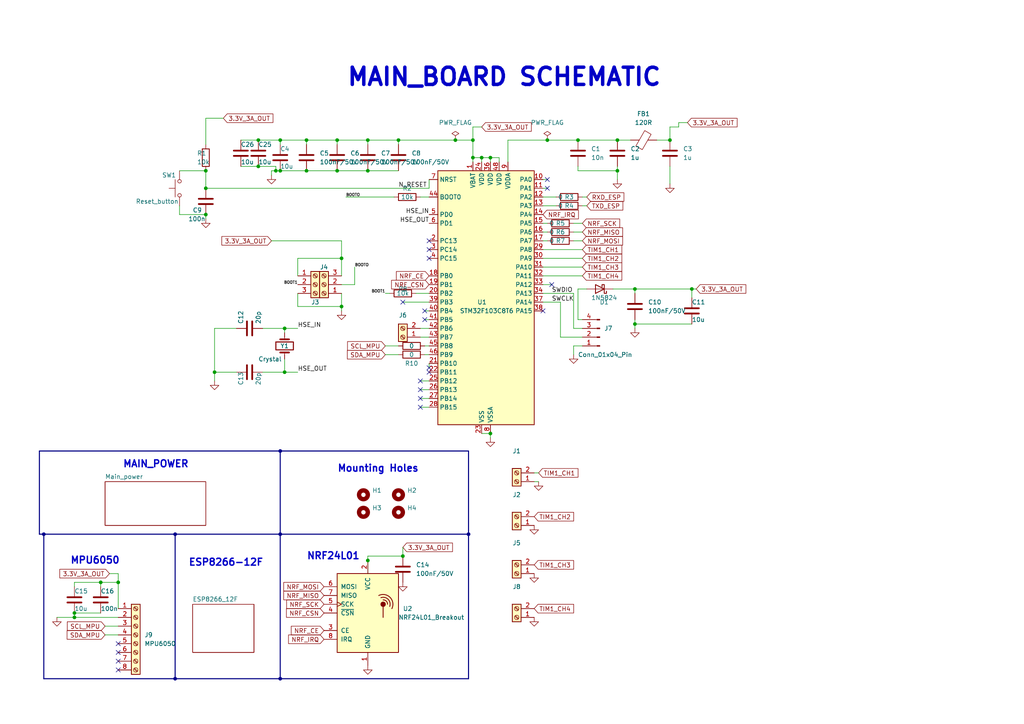
<source format=kicad_sch>
(kicad_sch (version 20230121) (generator eeschema)
  (paper "A4")
  (title_block (title "MAIN_BOARD SCHEMATIC") (date "2023-06-23") (rev "0.1") (company "PIF LAB "))
  (lib_symbols
    (symbol "Connector:Conn_01x04_Pin" (pin_names (offset 1.016) hide)
      (property "Reference" "J" (at 0 5.08 0))
      (property "Value" "Conn_01x04_Pin" (at 0 -7.62 0))
      (symbol "Conn_01x04_Pin_1_1"
        (polyline (pts (xy 1.27 -5.08) (xy 0.8636 -5.08)) (stroke (width 0.1524)))
        (polyline (pts (xy 1.27 -2.54) (xy 0.8636 -2.54)) (stroke (width 0.1524)))
        (polyline (pts (xy 1.27 0) (xy 0.8636 0)) (stroke (width 0.1524)))
        (polyline (pts (xy 1.27 2.54) (xy 0.8636 2.54)) (stroke (width 0.1524)))
        (rectangle (start 0.8636 -4.953) (end 0 -5.207) (stroke (width 0.1524)) (fill (type outline)))
        (rectangle (start 0.8636 -2.413) (end 0 -2.667) (stroke (width 0.1524)) (fill (type outline)))
        (rectangle (start 0.8636 0.127) (end 0 -0.127) (stroke (width 0.1524)) (fill (type outline)))
        (rectangle (start 0.8636 2.667) (end 0 2.413) (stroke (width 0.1524)) (fill (type outline)))
        (pin passive line (at 5.08 2.54 180) (length 3.81) (name "Pin_1") (number "1"))
        (pin passive line (at 5.08 0 180) (length 3.81) (name "Pin_2") (number "2"))
        (pin passive line (at 5.08 -2.54 180) (length 3.81) (name "Pin_3") (number "3"))
        (pin passive line (at 5.08 -5.08 180) (length 3.81) (name "Pin_4") (number "4"))
      )
    )
    (symbol "Connector:Screw_Terminal_01x02" (pin_names (offset 1.016) hide)
      (property "Reference" "J" (at 0 2.54 0))
      (property "Value" "Screw_Terminal_01x02" (at 0 -5.08 0))
      (symbol "Screw_Terminal_01x02_1_1"
        (rectangle (start -1.27 1.27) (end 1.27 -3.81) (stroke (width 0.254)) (fill (type background)))
        (circle (center 0 -2.54) (radius 0.635) (stroke (width 0.1524)))
        (polyline (pts (xy -0.5334 -2.2098) (xy 0.3302 -3.048)) (stroke (width 0.1524)))
        (polyline (pts (xy -0.5334 0.3302) (xy 0.3302 -0.508)) (stroke (width 0.1524)))
        (polyline (pts (xy -0.3556 -2.032) (xy 0.508 -2.8702)) (stroke (width 0.1524)))
        (polyline (pts (xy -0.3556 0.508) (xy 0.508 -0.3302)) (stroke (width 0.1524)))
        (circle (center 0 0) (radius 0.635) (stroke (width 0.1524)))
        (pin passive line (at -5.08 0 0) (length 3.81) (name "Pin_1") (number "1"))
        (pin passive line (at -5.08 -2.54 0) (length 3.81) (name "Pin_2") (number "2"))
      )
    )
    (symbol "Connector:Screw_Terminal_01x03" (pin_names (offset 1.016) hide)
      (property "Reference" "J" (at 0 5.08 0))
      (property "Value" "Screw_Terminal_01x03" (at 0 -5.08 0))
      (symbol "Screw_Terminal_01x03_1_1"
        (rectangle (start -1.27 3.81) (end 1.27 -3.81) (stroke (width 0.254)) (fill (type background)))
        (circle (center 0 -2.54) (radius 0.635) (stroke (width 0.1524)))
        (polyline (pts (xy -0.5334 -2.2098) (xy 0.3302 -3.048)) (stroke (width 0.1524)))
        (polyline (pts (xy -0.5334 0.3302) (xy 0.3302 -0.508)) (stroke (width 0.1524)))
        (polyline (pts (xy -0.5334 2.8702) (xy 0.3302 2.032)) (stroke (width 0.1524)))
        (polyline (pts (xy -0.3556 -2.032) (xy 0.508 -2.8702)) (stroke (width 0.1524)))
        (polyline (pts (xy -0.3556 0.508) (xy 0.508 -0.3302)) (stroke (width 0.1524)))
        (polyline (pts (xy -0.3556 3.048) (xy 0.508 2.2098)) (stroke (width 0.1524)))
        (circle (center 0 0) (radius 0.635) (stroke (width 0.1524)))
        (circle (center 0 2.54) (radius 0.635) (stroke (width 0.1524)))
        (pin passive line (at -5.08 2.54 0) (length 3.81) (name "Pin_1") (number "1"))
        (pin passive line (at -5.08 0 0) (length 3.81) (name "Pin_2") (number "2"))
        (pin passive line (at -5.08 -2.54 0) (length 3.81) (name "Pin_3") (number "3"))
      )
    )
    (symbol "Connector:Screw_Terminal_01x08" (pin_names (offset 1.016) hide)
      (property "Reference" "J" (at 0 10.16 0))
      (property "Value" "Screw_Terminal_01x08" (at 0 -12.7 0))
      (symbol "Screw_Terminal_01x08_1_1"
        (rectangle (start -1.27 8.89) (end 1.27 -11.43) (stroke (width 0.254)) (fill (type background)))
        (circle (center 0 -10.16) (radius 0.635) (stroke (width 0.1524)))
        (circle (center 0 -7.62) (radius 0.635) (stroke (width 0.1524)))
        (circle (center 0 -5.08) (radius 0.635) (stroke (width 0.1524)))
        (circle (center 0 -2.54) (radius 0.635) (stroke (width 0.1524)))
        (polyline (pts (xy -0.5334 -9.8298) (xy 0.3302 -10.668)) (stroke (width 0.1524)))
        (polyline (pts (xy -0.5334 -7.2898) (xy 0.3302 -8.128)) (stroke (width 0.1524)))
        (polyline (pts (xy -0.5334 -4.7498) (xy 0.3302 -5.588)) (stroke (width 0.1524)))
        (polyline (pts (xy -0.5334 -2.2098) (xy 0.3302 -3.048)) (stroke (width 0.1524)))
        (polyline (pts (xy -0.5334 0.3302) (xy 0.3302 -0.508)) (stroke (width 0.1524)))
        (polyline (pts (xy -0.5334 2.8702) (xy 0.3302 2.032)) (stroke (width 0.1524)))
        (polyline (pts (xy -0.5334 5.4102) (xy 0.3302 4.572)) (stroke (width 0.1524)))
        (polyline (pts (xy -0.5334 7.9502) (xy 0.3302 7.112)) (stroke (width 0.1524)))
        (polyline (pts (xy -0.3556 -9.652) (xy 0.508 -10.4902)) (stroke (width 0.1524)))
        (polyline (pts (xy -0.3556 -7.112) (xy 0.508 -7.9502)) (stroke (width 0.1524)))
        (polyline (pts (xy -0.3556 -4.572) (xy 0.508 -5.4102)) (stroke (width 0.1524)))
        (polyline (pts (xy -0.3556 -2.032) (xy 0.508 -2.8702)) (stroke (width 0.1524)))
        (polyline (pts (xy -0.3556 0.508) (xy 0.508 -0.3302)) (stroke (width 0.1524)))
        (polyline (pts (xy -0.3556 3.048) (xy 0.508 2.2098)) (stroke (width 0.1524)))
        (polyline (pts (xy -0.3556 5.588) (xy 0.508 4.7498)) (stroke (width 0.1524)))
        (polyline (pts (xy -0.3556 8.128) (xy 0.508 7.2898)) (stroke (width 0.1524)))
        (circle (center 0 0) (radius 0.635) (stroke (width 0.1524)))
        (circle (center 0 2.54) (radius 0.635) (stroke (width 0.1524)))
        (circle (center 0 5.08) (radius 0.635) (stroke (width 0.1524)))
        (circle (center 0 7.62) (radius 0.635) (stroke (width 0.1524)))
        (pin passive line (at -5.08 7.62 0) (length 3.81) (name "Pin_1") (number "1"))
        (pin passive line (at -5.08 5.08 0) (length 3.81) (name "Pin_2") (number "2"))
        (pin passive line (at -5.08 2.54 0) (length 3.81) (name "Pin_3") (number "3"))
        (pin passive line (at -5.08 0 0) (length 3.81) (name "Pin_4") (number "4"))
        (pin passive line (at -5.08 -2.54 0) (length 3.81) (name "Pin_5") (number "5"))
        (pin passive line (at -5.08 -5.08 0) (length 3.81) (name "Pin_6") (number "6"))
        (pin passive line (at -5.08 -7.62 0) (length 3.81) (name "Pin_7") (number "7"))
        (pin passive line (at -5.08 -10.16 0) (length 3.81) (name "Pin_8") (number "8"))
      )
    )
    (symbol "Device:C" (pin_numbers hide) (pin_names (offset 0.254))
      (property "Reference" "C" (at 0.635 2.54 0))
      (property "Value" "C" (at 0.635 -2.54 0))
      (symbol "C_0_1"
        (polyline (pts (xy -2.032 -0.762) (xy 2.032 -0.762)) (stroke (width 0.508)))
        (polyline (pts (xy -2.032 0.762) (xy 2.032 0.762)) (stroke (width 0.508)))
      )
      (symbol "C_1_1"
        (pin passive line (at 0 3.81 270) (length 2.794) (name "~") (number "1"))
        (pin passive line (at 0 -3.81 90) (length 2.794) (name "~") (number "2"))
      )
    )
    (symbol "Device:Crystal" (pin_numbers hide) (pin_names (offset 1.016) hide)
      (property "Reference" "Y" (at 0 3.81 0))
      (property "Value" "Crystal" (at 0 -3.81 0))
      (symbol "Crystal_0_1"
        (rectangle (start -1.143 2.54) (end 1.143 -2.54) (stroke (width 0.3048)))
        (polyline (pts (xy -2.54 0) (xy -1.905 0)))
        (polyline (pts (xy -1.905 -1.27) (xy -1.905 1.27)) (stroke (width 0.508)))
        (polyline (pts (xy 1.905 -1.27) (xy 1.905 1.27)) (stroke (width 0.508)))
        (polyline (pts (xy 2.54 0) (xy 1.905 0)))
      )
      (symbol "Crystal_1_1"
        (pin passive line (at -3.81 0 0) (length 1.27) (name "1") (number "1"))
        (pin passive line (at 3.81 0 180) (length 1.27) (name "2") (number "2"))
      )
    )
    (symbol "Device:FerriteBead" (pin_numbers hide) (pin_names (offset 0))
      (property "Reference" "FB" (at -3.81 0.635 90))
      (property "Value" "FerriteBead" (at 3.81 0 90))
      (symbol "FerriteBead_0_1"
        (polyline (pts (xy 0 -1.27) (xy 0 -1.2192)))
        (polyline (pts (xy 0 1.27) (xy 0 1.2954)))
        (polyline (pts (xy -2.7686 0.4064) (xy -1.7018 2.2606) (xy 2.7686 -0.3048) (xy 1.6764 -2.159) (xy -2.7686 0.4064)))
      )
      (symbol "FerriteBead_1_1"
        (pin passive line (at 0 3.81 270) (length 2.54) (name "~") (number "1"))
        (pin passive line (at 0 -3.81 90) (length 2.54) (name "~") (number "2"))
      )
    )
    (symbol "Device:R" (pin_numbers hide) (pin_names (offset 0))
      (property "Reference" "R" (at 2.032 0 90))
      (property "Value" "R" (at 0 0 90))
      (symbol "R_0_1"
        (rectangle (start -1.016 -2.54) (end 1.016 2.54) (stroke (width 0.254)))
      )
      (symbol "R_1_1"
        (pin passive line (at 0 3.81 270) (length 1.27) (name "~") (number "1"))
        (pin passive line (at 0 -3.81 90) (length 1.27) (name "~") (number "2"))
      )
    )
    (symbol "Diode:1N5822" (pin_numbers hide) (pin_names (offset 1.016) hide)
      (property "Reference" "D" (at 0 2.54 0))
      (property "Value" "1N5822" (at 0 -2.54 0))
      (symbol "1N5822_0_1"
        (polyline (pts (xy 1.27 0) (xy -1.27 0)))
        (polyline (pts (xy 1.27 1.27) (xy 1.27 -1.27) (xy -1.27 0) (xy 1.27 1.27)) (stroke (width 0.254)))
        (polyline (pts (xy -1.905 0.635) (xy -1.905 1.27) (xy -1.27 1.27) (xy -1.27 -1.27) (xy -0.635 -1.27) (xy -0.635 -0.635)) (stroke (width 0.254)))
      )
      (symbol "1N5822_1_1"
        (pin passive line (at -3.81 0 0) (length 2.54) (name "K") (number "1"))
        (pin passive line (at 3.81 0 180) (length 2.54) (name "A") (number "2"))
      )
    )
    (symbol "MCU_ST_STM32F1:STM32F103C8Tx"
      (property "Reference" "U" (at -12.7 39.37 0))
      (property "Value" "STM32F103C8Tx" (at 10.16 39.37 0))
      (symbol "STM32F103C8Tx_0_1"
        (rectangle (start -12.7 -35.56) (end 15.24 38.1) (stroke (width 0.254)) (fill (type background)))
      )
      (symbol "STM32F103C8Tx_1_1"
        (pin power_in line (at -2.54 40.64 270) (length 2.54) (name "VBAT") (number "1"))
        (pin bidirectional line (at 17.78 35.56 180) (length 2.54) (name "PA0") (number "10"))
        (pin bidirectional line (at 17.78 33.02 180) (length 2.54) (name "PA1") (number "11"))
        (pin bidirectional line (at 17.78 30.48 180) (length 2.54) (name "PA2") (number "12"))
        (pin bidirectional line (at 17.78 27.94 180) (length 2.54) (name "PA3") (number "13"))
        (pin bidirectional line (at 17.78 25.4 180) (length 2.54) (name "PA4") (number "14"))
        (pin bidirectional line (at 17.78 22.86 180) (length 2.54) (name "PA5") (number "15"))
        (pin bidirectional line (at 17.78 20.32 180) (length 2.54) (name "PA6") (number "16"))
        (pin bidirectional line (at 17.78 17.78 180) (length 2.54) (name "PA7") (number "17"))
        (pin bidirectional line (at -15.24 7.62 0) (length 2.54) (name "PB0") (number "18"))
        (pin bidirectional line (at -15.24 5.08 0) (length 2.54) (name "PB1") (number "19"))
        (pin bidirectional line (at -15.24 17.78 0) (length 2.54) (name "PC13") (number "2"))
        (pin bidirectional line (at -15.24 2.54 0) (length 2.54) (name "PB2") (number "20"))
        (pin bidirectional line (at -15.24 -17.78 0) (length 2.54) (name "PB10") (number "21"))
        (pin bidirectional line (at -15.24 -20.32 0) (length 2.54) (name "PB11") (number "22"))
        (pin power_in line (at 0 -38.1 90) (length 2.54) (name "VSS") (number "23"))
        (pin power_in line (at 0 40.64 270) (length 2.54) (name "VDD") (number "24"))
        (pin bidirectional line (at -15.24 -22.86 0) (length 2.54) (name "PB12") (number "25"))
        (pin bidirectional line (at -15.24 -25.4 0) (length 2.54) (name "PB13") (number "26"))
        (pin bidirectional line (at -15.24 -27.94 0) (length 2.54) (name "PB14") (number "27"))
        (pin bidirectional line (at -15.24 -30.48 0) (length 2.54) (name "PB15") (number "28"))
        (pin bidirectional line (at 17.78 15.24 180) (length 2.54) (name "PA8") (number "29"))
        (pin bidirectional line (at -15.24 15.24 0) (length 2.54) (name "PC14") (number "3"))
        (pin bidirectional line (at 17.78 12.7 180) (length 2.54) (name "PA9") (number "30"))
        (pin bidirectional line (at 17.78 10.16 180) (length 2.54) (name "PA10") (number "31"))
        (pin bidirectional line (at 17.78 7.62 180) (length 2.54) (name "PA11") (number "32"))
        (pin bidirectional line (at 17.78 5.08 180) (length 2.54) (name "PA12") (number "33"))
        (pin bidirectional line (at 17.78 2.54 180) (length 2.54) (name "PA13") (number "34"))
        (pin passive line (at 0 -38.1 90) (length 2.54) hide (name "VSS") (number "35"))
        (pin power_in line (at 2.54 40.64 270) (length 2.54) (name "VDD") (number "36"))
        (pin bidirectional line (at 17.78 0 180) (length 2.54) (name "PA14") (number "37"))
        (pin bidirectional line (at 17.78 -2.54 180) (length 2.54) (name "PA15") (number "38"))
        (pin bidirectional line (at -15.24 0 0) (length 2.54) (name "PB3") (number "39"))
        (pin bidirectional line (at -15.24 12.7 0) (length 2.54) (name "PC15") (number "4"))
        (pin bidirectional line (at -15.24 -2.54 0) (length 2.54) (name "PB4") (number "40"))
        (pin bidirectional line (at -15.24 -5.08 0) (length 2.54) (name "PB5") (number "41"))
        (pin bidirectional line (at -15.24 -7.62 0) (length 2.54) (name "PB6") (number "42"))
        (pin bidirectional line (at -15.24 -10.16 0) (length 2.54) (name "PB7") (number "43"))
        (pin input line (at -15.24 30.48 0) (length 2.54) (name "BOOT0") (number "44"))
        (pin bidirectional line (at -15.24 -12.7 0) (length 2.54) (name "PB8") (number "45"))
        (pin bidirectional line (at -15.24 -15.24 0) (length 2.54) (name "PB9") (number "46"))
        (pin passive line (at 0 -38.1 90) (length 2.54) hide (name "VSS") (number "47"))
        (pin power_in line (at 5.08 40.64 270) (length 2.54) (name "VDD") (number "48"))
        (pin bidirectional line (at -15.24 25.4 0) (length 2.54) (name "PD0") (number "5"))
        (pin bidirectional line (at -15.24 22.86 0) (length 2.54) (name "PD1") (number "6"))
        (pin input line (at -15.24 35.56 0) (length 2.54) (name "NRST") (number "7"))
        (pin power_in line (at 2.54 -38.1 90) (length 2.54) (name "VSSA") (number "8"))
        (pin power_in line (at 7.62 40.64 270) (length 2.54) (name "VDDA") (number "9"))
      )
    )
    (symbol "Mechanical:MountingHole" (pin_names (offset 1.016))
      (property "Reference" "H" (at 0 5.08 0))
      (property "Value" "MountingHole" (at 0 3.175 0))
      (symbol "MountingHole_0_1"
        (circle (center 0 0) (radius 1.27) (stroke (width 1.27)))
      )
    )
    (symbol "RF:NRF24L01_Breakout" (pin_names (offset 1.016))
      (property "Reference" "U" (at -8.89 12.7 0))
      (property "Value" "NRF24L01_Breakout" (at 3.81 12.7 0))
      (symbol "NRF24L01_Breakout_0_1"
        (rectangle (start -8.89 11.43) (end 8.89 -11.43) (stroke (width 0.254)) (fill (type background)))
        (polyline (pts (xy 4.445 1.905) (xy 4.445 -1.27)) (stroke (width 0.254)))
        (circle (center 4.445 2.54) (radius 0.635) (stroke (width 0.254)) (fill (type outline)))
        (arc (start 5.715 2.54) (mid 5.3521 3.4546) (end 4.445 3.81) (stroke (width 0.254)))
        (arc (start 6.35 1.905) (mid 5.8763 3.9854) (end 3.81 4.445) (stroke (width 0.254)))
        (arc (start 6.985 1.27) (mid 6.453 4.548) (end 3.175 5.08) (stroke (width 0.254)))
      )
      (symbol "NRF24L01_Breakout_1_1"
        (pin power_in line (at 0 -15.24 90) (length 3.81) (name "GND") (number "1"))
        (pin power_in line (at 0 15.24 270) (length 3.81) (name "VCC") (number "2"))
        (pin input line (at -12.7 -5.08 0) (length 3.81) (name "CE") (number "3"))
        (pin input line (at -12.7 0 0) (length 3.81) (name "~{CSN}") (number "4"))
        (pin input clock (at -12.7 2.54 0) (length 3.81) (name "SCK") (number "5"))
        (pin input line (at -12.7 7.62 0) (length 3.81) (name "MOSI") (number "6"))
        (pin output line (at -12.7 5.08 0) (length 3.81) (name "MISO") (number "7"))
        (pin output line (at -12.7 -7.62 0) (length 3.81) (name "IRQ") (number "8"))
      )
    )
    (symbol "Switch:SW_Push" (pin_numbers hide) (pin_names (offset 1.016) hide)
      (property "Reference" "SW" (at 1.27 2.54 0))
      (property "Value" "SW_Push" (at 0 -1.524 0))
      (symbol "SW_Push_0_1"
        (circle (center -2.032 0) (radius 0.508))
        (polyline (pts (xy 0 1.27) (xy 0 3.048)))
        (polyline (pts (xy 2.54 1.27) (xy -2.54 1.27)))
        (circle (center 2.032 0) (radius 0.508))
        (pin passive line (at -5.08 0 0) (length 2.54) (name "1") (number "1"))
        (pin passive line (at 5.08 0 180) (length 2.54) (name "2") (number "2"))
      )
    )
    (symbol "power:GND" (power) (pin_names (offset 0))
      (property "Value" "GND" (at 0 -3.81 0))
      (symbol "GND_0_1"
        (polyline (pts (xy 0 0) (xy 0 -1.27) (xy 1.27 -1.27) (xy 0 -2.54) (xy -1.27 -1.27) (xy 0 -1.27)))
      )
      (symbol "GND_1_1"
        (pin power_in line (at 0 0 270) (length 0) hide (name "GND") (number "1"))
      )
    )
    (symbol "power:PWR_FLAG" (power) (pin_numbers hide) (pin_names (offset 0) hide)
      (property "Value" "PWR_FLAG" (at 0 3.81 0))
      (symbol "PWR_FLAG_0_0"
        (pin power_out line (at 0 0 90) (length 0) (name "pwr") (number "1"))
      )
      (symbol "PWR_FLAG_0_1"
        (polyline (pts (xy 0 0) (xy 0 1.27) (xy -1.016 1.905) (xy 0 2.54) (xy 1.016 1.905) (xy 0 1.27)))
      )
    )
  )
  (junction (at 82.55 95.25))
  (junction (at 21.59 179.07))
  (junction (at 97.79 40.64))
  (junction (at 106.68 40.64))
  (junction (at 116.84 161.29))
  (junction (at 59.69 49.53))
  (junction (at 106.68 162.56))
  (junction (at 137.16 45.72))
  (junction (at 81.28 196.85))
  (junction (at 80.01 49.53))
  (junction (at 99.06 88.9))
  (junction (at 74.93 48.26))
  (junction (at 12.7 154.94))
  (junction (at 200.66 83.82))
  (junction (at 62.23 107.95))
  (junction (at 29.21 168.91))
  (junction (at 184.15 83.82))
  (junction (at 81.28 154.94))
  (junction (at 135.89 154.94))
  (junction (at 34.29 168.91))
  (junction (at 81.28 49.53))
  (junction (at 74.93 40.64))
  (junction (at 59.69 54.61))
  (junction (at 142.24 125.73))
  (junction (at 115.57 40.64))
  (junction (at 139.7 45.72))
  (junction (at 21.59 177.8))
  (junction (at 142.24 45.72))
  (junction (at 97.79 49.53))
  (junction (at 81.28 130.81))
  (junction (at 81.28 40.64))
  (junction (at 132.08 40.64))
  (junction (at 50.8 154.94))
  (junction (at 88.9 40.64))
  (junction (at 59.69 62.23))
  (junction (at 99.06 74.93))
  (junction (at 106.68 49.53))
  (junction (at 179.07 49.53))
  (junction (at 194.31 40.64))
  (junction (at 88.9 49.53))
  (junction (at 167.64 40.64))
  (junction (at 158.75 40.64))
  (junction (at 82.55 107.95))
  (junction (at 184.15 93.98))
  (junction (at 137.16 40.64))
  (junction (at 179.07 40.64))
  (junction (at 50.8 196.85))
  (no_connect (at 34.29 191.77))
  (no_connect (at 116.84 87.63))
  (no_connect (at 124.46 106.68))
  (no_connect (at 34.29 194.31))
  (no_connect (at 124.46 69.85))
  (no_connect (at 157.48 90.17))
  (no_connect (at 160.02 82.55))
  (no_connect (at 124.46 107.95))
  (no_connect (at 123.19 90.17))
  (no_connect (at 121.92 118.11))
  (no_connect (at 158.75 52.07))
  (no_connect (at 123.19 92.71))
  (no_connect (at 124.46 72.39))
  (no_connect (at 121.92 115.57))
  (no_connect (at 121.92 110.49))
  (no_connect (at 124.46 74.93))
  (no_connect (at 34.29 186.69))
  (no_connect (at 121.92 113.03))
  (no_connect (at 34.29 189.23))
  (no_connect (at 158.75 54.61))
  (wire (pts (xy 162.56 97.79) (xy 162.56 87.63)))
  (wire (pts (xy 124.46 54.61) (xy 124.46 52.07)))
  (bus (pts (xy 11.43 130.81) (xy 81.28 130.81)))
  (wire (pts (xy 168.91 95.25) (xy 166.37 95.25)))
  (wire (pts (xy 69.85 40.64) (xy 74.93 40.64)))
  (wire (pts (xy 97.79 40.64) (xy 88.9 40.64)))
  (wire (pts (xy 78.74 49.53) (xy 80.01 49.53)))
  (wire (pts (xy 157.48 67.31) (xy 158.75 67.31)))
  (wire (pts (xy 124.46 106.68) (xy 124.46 105.41)))
  (wire (pts (xy 142.24 45.72) (xy 142.24 46.99)))
  (wire (pts (xy 88.9 40.64) (xy 88.9 41.91)))
  (bus (pts (xy 11.43 130.81) (xy 11.43 154.94)))
  (wire (pts (xy 123.19 100.33) (xy 124.46 100.33)))
  (wire (pts (xy 157.48 72.39) (xy 168.91 72.39)))
  (wire (pts (xy 123.19 102.87) (xy 124.46 102.87)))
  (wire (pts (xy 121.92 115.57) (xy 124.46 115.57)))
  (wire (pts (xy 121.92 110.49) (xy 124.46 110.49)))
  (wire (pts (xy 179.07 49.53) (xy 179.07 52.07)))
  (wire (pts (xy 111.76 102.87) (xy 115.57 102.87)))
  (wire (pts (xy 81.28 41.91) (xy 81.28 40.64)))
  (wire (pts (xy 111.76 100.33) (xy 115.57 100.33)))
  (bus (pts (xy 81.28 130.81) (xy 135.89 130.81)))
  (wire (pts (xy 69.85 48.26) (xy 74.93 48.26)))
  (wire (pts (xy 157.48 85.09) (xy 166.37 85.09)))
  (wire (pts (xy 167.64 92.71) (xy 167.64 83.82)))
  (wire (pts (xy 196.85 35.56) (xy 199.39 35.56)))
  (bus (pts (xy 81.28 130.81) (xy 81.28 154.94)))
  (wire (pts (xy 102.87 82.55) (xy 99.06 82.55)))
  (wire (pts (xy 86.36 74.93) (xy 99.06 74.93)))
  (wire (pts (xy 168.91 59.69) (xy 170.18 59.69)))
  (wire (pts (xy 82.55 104.14) (xy 82.55 107.95)))
  (wire (pts (xy 121.92 113.03) (xy 124.46 113.03)))
  (wire (pts (xy 68.58 95.25) (xy 62.23 95.25)))
  (wire (pts (xy 59.69 62.23) (xy 59.69 63.5)))
  (wire (pts (xy 144.78 45.72) (xy 142.24 45.72)))
  (wire (pts (xy 123.19 92.71) (xy 124.46 92.71)))
  (wire (pts (xy 179.07 40.64) (xy 182.88 40.64)))
  (wire (pts (xy 139.7 46.99) (xy 139.7 45.72)))
  (wire (pts (xy 81.28 49.53) (xy 88.9 49.53)))
  (wire (pts (xy 78.74 69.85) (xy 99.06 69.85)))
  (wire (pts (xy 111.76 85.09) (xy 113.03 85.09)))
  (wire (pts (xy 80.01 48.26) (xy 80.01 49.53)))
  (wire (pts (xy 86.36 85.09) (xy 86.36 88.9)))
  (wire (pts (xy 21.59 179.07) (xy 34.29 179.07)))
  (wire (pts (xy 184.15 85.09) (xy 184.15 83.82)))
  (wire (pts (xy 194.31 48.26) (xy 194.31 53.34)))
  (wire (pts (xy 29.21 168.91) (xy 29.21 170.18)))
  (bus (pts (xy 12.7 154.94) (xy 50.8 154.94)))
  (wire (pts (xy 167.64 49.53) (xy 179.07 49.53)))
  (wire (pts (xy 78.74 50.8) (xy 78.74 49.53)))
  (wire (pts (xy 144.78 46.99) (xy 144.78 45.72)))
  (wire (pts (xy 21.59 177.8) (xy 29.21 177.8)))
  (wire (pts (xy 99.06 74.93) (xy 99.06 80.01)))
  (wire (pts (xy 157.48 54.61) (xy 158.75 54.61)))
  (wire (pts (xy 167.64 40.64) (xy 179.07 40.64)))
  (wire (pts (xy 120.65 85.09) (xy 124.46 85.09)))
  (wire (pts (xy 99.06 88.9) (xy 99.06 85.09)))
  (wire (pts (xy 82.55 95.25) (xy 86.36 95.25)))
  (wire (pts (xy 139.7 125.73) (xy 142.24 125.73)))
  (wire (pts (xy 52.07 59.69) (xy 52.07 62.23)))
  (wire (pts (xy 166.37 95.25) (xy 166.37 85.09)))
  (wire (pts (xy 76.2 107.95) (xy 82.55 107.95)))
  (bus (pts (xy 135.89 196.85) (xy 81.28 196.85)))
  (bus (pts (xy 135.89 154.94) (xy 135.89 196.85)))
  (wire (pts (xy 88.9 49.53) (xy 97.79 49.53)))
  (wire (pts (xy 157.48 80.01) (xy 168.91 80.01)))
  (wire (pts (xy 154.94 139.7) (xy 156.21 139.7)))
  (wire (pts (xy 86.36 88.9) (xy 99.06 88.9)))
  (wire (pts (xy 59.69 54.61) (xy 124.46 54.61)))
  (wire (pts (xy 82.55 107.95) (xy 86.36 107.95)))
  (wire (pts (xy 30.48 184.15) (xy 34.29 184.15)))
  (wire (pts (xy 59.69 49.53) (xy 59.69 54.61)))
  (wire (pts (xy 97.79 49.53) (xy 106.68 49.53)))
  (wire (pts (xy 190.5 40.64) (xy 194.31 40.64)))
  (wire (pts (xy 82.55 95.25) (xy 82.55 96.52)))
  (wire (pts (xy 168.91 100.33) (xy 166.37 100.33)))
  (wire (pts (xy 194.31 36.83) (xy 196.85 36.83)))
  (wire (pts (xy 157.48 57.15) (xy 161.29 57.15)))
  (wire (pts (xy 52.07 49.53) (xy 59.69 49.53)))
  (wire (pts (xy 121.92 118.11) (xy 124.46 118.11)))
  (wire (pts (xy 158.75 40.64) (xy 167.64 40.64)))
  (wire (pts (xy 52.07 62.23) (xy 59.69 62.23)))
  (wire (pts (xy 80.01 49.53) (xy 81.28 49.53)))
  (wire (pts (xy 157.48 82.55) (xy 160.02 82.55)))
  (wire (pts (xy 31.75 166.37) (xy 34.29 166.37)))
  (wire (pts (xy 106.68 161.29) (xy 106.68 162.56)))
  (bus (pts (xy 12.7 196.85) (xy 50.8 196.85)))
  (wire (pts (xy 21.59 177.8) (xy 21.59 179.07)))
  (wire (pts (xy 121.92 57.15) (xy 124.46 57.15)))
  (wire (pts (xy 97.79 41.91) (xy 97.79 40.64)))
  (wire (pts (xy 115.57 40.64) (xy 132.08 40.64)))
  (wire (pts (xy 137.16 45.72) (xy 139.7 45.72)))
  (wire (pts (xy 21.59 168.91) (xy 29.21 168.91)))
  (wire (pts (xy 154.94 137.16) (xy 156.21 137.16)))
  (wire (pts (xy 116.84 161.29) (xy 106.68 161.29)))
  (wire (pts (xy 142.24 125.73) (xy 142.24 127)))
  (wire (pts (xy 168.91 92.71) (xy 167.64 92.71)))
  (wire (pts (xy 166.37 100.33) (xy 166.37 102.87)))
  (wire (pts (xy 167.64 83.82) (xy 170.18 83.82)))
  (wire (pts (xy 200.66 83.82) (xy 200.66 86.36)))
  (wire (pts (xy 194.31 36.83) (xy 194.31 40.64)))
  (wire (pts (xy 59.69 34.29) (xy 59.69 41.91)))
  (wire (pts (xy 106.68 166.37) (xy 106.68 162.56)))
  (wire (pts (xy 76.2 95.25) (xy 82.55 95.25)))
  (bus (pts (xy 50.8 196.85) (xy 81.28 196.85)))
  (wire (pts (xy 147.32 40.64) (xy 158.75 40.64)))
  (wire (pts (xy 168.91 97.79) (xy 162.56 97.79)))
  (wire (pts (xy 157.48 64.77) (xy 158.75 64.77)))
  (wire (pts (xy 62.23 107.95) (xy 62.23 110.49)))
  (wire (pts (xy 100.33 57.15) (xy 114.3 57.15)))
  (wire (pts (xy 168.91 67.31) (xy 166.37 67.31)))
  (wire (pts (xy 34.29 168.91) (xy 34.29 176.53)))
  (wire (pts (xy 106.68 40.64) (xy 97.79 40.64)))
  (wire (pts (xy 157.48 59.69) (xy 161.29 59.69)))
  (wire (pts (xy 59.69 34.29) (xy 64.77 34.29)))
  (wire (pts (xy 157.48 69.85) (xy 158.75 69.85)))
  (wire (pts (xy 157.48 87.63) (xy 162.56 87.63)))
  (wire (pts (xy 99.06 90.17) (xy 99.06 88.9)))
  (wire (pts (xy 16.51 179.07) (xy 21.59 179.07)))
  (wire (pts (xy 86.36 80.01) (xy 86.36 74.93)))
  (wire (pts (xy 184.15 93.98) (xy 200.66 93.98)))
  (wire (pts (xy 139.7 45.72) (xy 142.24 45.72)))
  (wire (pts (xy 62.23 107.95) (xy 68.58 107.95)))
  (wire (pts (xy 147.32 40.64) (xy 147.32 46.99)))
  (wire (pts (xy 137.16 40.64) (xy 137.16 45.72)))
  (wire (pts (xy 184.15 92.71) (xy 184.15 93.98)))
  (wire (pts (xy 157.48 77.47) (xy 168.91 77.47)))
  (wire (pts (xy 179.07 49.53) (xy 179.07 48.26)))
  (wire (pts (xy 184.15 93.98) (xy 184.15 95.25)))
  (wire (pts (xy 196.85 36.83) (xy 196.85 35.56)))
  (wire (pts (xy 177.8 83.82) (xy 184.15 83.82)))
  (wire (pts (xy 116.84 87.63) (xy 124.46 87.63)))
  (bus (pts (xy 50.8 154.94) (xy 50.8 196.85)))
  (wire (pts (xy 115.57 41.91) (xy 115.57 40.64)))
  (wire (pts (xy 157.48 52.07) (xy 158.75 52.07)))
  (bus (pts (xy 81.28 154.94) (xy 135.89 154.94)))
  (wire (pts (xy 29.21 168.91) (xy 34.29 168.91)))
  (wire (pts (xy 137.16 36.83) (xy 137.16 40.64)))
  (wire (pts (xy 157.48 74.93) (xy 168.91 74.93)))
  (wire (pts (xy 74.93 40.64) (xy 81.28 40.64)))
  (wire (pts (xy 106.68 40.64) (xy 115.57 40.64)))
  (wire (pts (xy 106.68 41.91) (xy 106.68 40.64)))
  (wire (pts (xy 184.15 83.82) (xy 200.66 83.82)))
  (wire (pts (xy 74.93 48.26) (xy 80.01 48.26)))
  (wire (pts (xy 99.06 69.85) (xy 99.06 74.93)))
  (wire (pts (xy 132.08 40.64) (xy 137.16 40.64)))
  (wire (pts (xy 121.92 97.79) (xy 124.46 97.79)))
  (wire (pts (xy 200.66 83.82) (xy 201.93 83.82)))
  (bus (pts (xy 81.28 154.94) (xy 81.28 196.85)))
  (wire (pts (xy 30.48 181.61) (xy 34.29 181.61)))
  (wire (pts (xy 123.19 90.17) (xy 124.46 90.17)))
  (wire (pts (xy 139.7 36.83) (xy 137.16 36.83)))
  (wire (pts (xy 81.28 40.64) (xy 88.9 40.64)))
  (wire (pts (xy 168.91 57.15) (xy 170.18 57.15)))
  (wire (pts (xy 106.68 49.53) (xy 115.57 49.53)))
  (bus (pts (xy 11.43 154.94) (xy 12.7 154.94)))
  (wire (pts (xy 121.92 95.25) (xy 124.46 95.25)))
  (wire (pts (xy 167.64 48.26) (xy 167.64 49.53)))
  (wire (pts (xy 116.84 161.29) (xy 116.84 158.75)))
  (wire (pts (xy 137.16 46.99) (xy 137.16 45.72)))
  (bus (pts (xy 50.8 154.94) (xy 81.28 154.94)))
  (bus (pts (xy 135.89 130.81) (xy 135.89 154.94)))
  (wire (pts (xy 168.91 64.77) (xy 166.37 64.77)))
  (wire (pts (xy 168.91 69.85) (xy 166.37 69.85)))
  (wire (pts (xy 34.29 166.37) (xy 34.29 168.91)))
  (bus (pts (xy 12.7 196.85) (xy 12.7 154.94)))
  (wire (pts (xy 21.59 170.18) (xy 21.59 168.91)))
  (wire (pts (xy 102.87 77.47) (xy 102.87 82.55)))
  (wire (pts (xy 62.23 95.25) (xy 62.23 107.95)))
  (text "NRF24L01\n" (at 88.9 162.56 0) (effects (font (size 2 2) (thickness 0.4) bold) (justify left bottom)))
  (text "MPU6050\n" (at 20.32 163.83 0) (effects (font (size 2 2) (thickness 0.4) bold) (justify left bottom)))
  (text "ESP8266-12F\n\n" (at 54.61 167.64 0) (effects (font (size 2 2) (thickness 0.4) bold) (justify left bottom)))
  (text "Mounting Holes" (at 97.79 137.16 0) (effects (font (size 2 2) (thickness 0.4) bold) (justify left bottom)))
  (text "MAIN_POWER\n" (at 35.56 135.89 0) (effects (font (size 2 2) (thickness 0.4) bold) (justify left bottom)))
  (text "MAIN_BOARD SCHEMATIC\n" (at 100.33 25.4 0) (effects (font (size 5 5) (thickness 1) bold) (justify left bottom)))
  (label "BOOT1" (at 86.36 82.55 180) (effects (font (size 0.8 0.8))))
  (label "SWDIO" (at 160.02 85.09 0))
  (label "HSE_IN" (at 124.46 62.23 180))
  (label "BOOTO" (at 102.87 77.47 0) (effects (font (size 0.8 0.8))))
  (label "SWCLK" (at 160.02 87.63 0))
  (label "BOOT1" (at 111.76 85.09 180) (effects (font (size 0.8 0.8))))
  (label "BOOTO" (at 100.33 57.15 0) (effects (font (size 0.8 0.8))))
  (label "N_RESET" (at 115.57 54.61 0))
  (label "HSE_OUT" (at 124.46 64.77 180))
  (label "HSE_OUT" (at 86.36 107.95 0))
  (label "HSE_IN" (at 86.36 95.25 0))
  (global_label "TIM1_CH1" (shape input) (at 168.91 72.39 0) (property "Intersheetrefs" "${INTERSHEET_REFS}" (effects hide)))
  (global_label "3.3V_3A_OUT" (shape input) (at 116.84 158.75 0) (property "Intersheetrefs" "${INTERSHEET_REFS}" (effects hide)))
  (global_label "NRF_SCK" (shape input) (at 168.91 64.77 0) (property "Intersheetrefs" "${INTERSHEET_REFS}" (effects hide)))
  (global_label "NRF_SCK" (shape input) (at 93.98 175.26 180) (property "Intersheetrefs" "${INTERSHEET_REFS}" (effects hide)))
  (global_label "3.3V_3A_OUT" (shape input) (at 78.74 69.85 180) (property "Intersheetrefs" "${INTERSHEET_REFS}" (effects hide)))
  (global_label "3.3V_3A_OUT" (shape input) (at 31.75 166.37 180) (property "Intersheetrefs" "${INTERSHEET_REFS}" (effects hide)))
  (global_label "TIM1_CH4" (shape input) (at 154.94 176.53 0) (property "Intersheetrefs" "${INTERSHEET_REFS}" (effects hide)))
  (global_label "NRF_CSN" (shape input) (at 124.46 82.55 180) (property "Intersheetrefs" "${INTERSHEET_REFS}" (effects hide)))
  (global_label "NRF_IRQ" (shape input) (at 157.48 62.23 0) (property "Intersheetrefs" "${INTERSHEET_REFS}" (effects hide)))
  (global_label "NRF_MISO" (shape input) (at 168.91 67.31 0) (property "Intersheetrefs" "${INTERSHEET_REFS}" (effects hide)))
  (global_label "TIM1_CH3" (shape input) (at 168.91 77.47 0) (property "Intersheetrefs" "${INTERSHEET_REFS}" (effects hide)))
  (global_label "SDA_MPU" (shape input) (at 111.76 102.87 180) (property "Intersheetrefs" "${INTERSHEET_REFS}" (effects hide)))
  (global_label "NRF_MISO" (shape input) (at 93.98 172.72 180) (property "Intersheetrefs" "${INTERSHEET_REFS}" (effects hide)))
  (global_label "SCL_MPU" (shape input) (at 30.48 181.61 180) (property "Intersheetrefs" "${INTERSHEET_REFS}" (effects hide)))
  (global_label "NRF_CE" (shape input) (at 124.46 80.01 180) (property "Intersheetrefs" "${INTERSHEET_REFS}" (effects hide)))
  (global_label "NRF_IRQ" (shape input) (at 93.98 185.42 180) (property "Intersheetrefs" "${INTERSHEET_REFS}" (effects hide)))
  (global_label "3.3V_3A_OUT" (shape input) (at 201.93 83.82 0) (property "Intersheetrefs" "${INTERSHEET_REFS}" (effects hide)))
  (global_label "SDA_MPU" (shape input) (at 30.48 184.15 180) (property "Intersheetrefs" "${INTERSHEET_REFS}" (effects hide)))
  (global_label "SCL_MPU" (shape input) (at 111.76 100.33 180) (property "Intersheetrefs" "${INTERSHEET_REFS}" (effects hide)))
  (global_label "TIM1_CH2" (shape input) (at 168.91 74.93 0) (property "Intersheetrefs" "${INTERSHEET_REFS}" (effects hide)))
  (global_label "NRF_MOSI" (shape input) (at 168.91 69.85 0) (property "Intersheetrefs" "${INTERSHEET_REFS}" (effects hide)))
  (global_label "TIM1_CH4" (shape input) (at 168.91 80.01 0) (property "Intersheetrefs" "${INTERSHEET_REFS}" (effects hide)))
  (global_label "TIM1_CH2" (shape input) (at 154.94 149.86 0) (property "Intersheetrefs" "${INTERSHEET_REFS}" (effects hide)))
  (global_label "TXD_ESP" (shape input) (at 170.18 59.69 0) (property "Intersheetrefs" "${INTERSHEET_REFS}" (effects hide)))
  (global_label "RXD_ESP" (shape input) (at 170.18 57.15 0) (property "Intersheetrefs" "${INTERSHEET_REFS}" (effects hide)))
  (global_label "NRF_MOSI" (shape input) (at 93.98 170.18 180) (property "Intersheetrefs" "${INTERSHEET_REFS}" (effects hide)))
  (global_label "NRF_CE" (shape input) (at 93.98 182.88 180) (property "Intersheetrefs" "${INTERSHEET_REFS}" (effects hide)))
  (global_label "NRF_CSN" (shape input) (at 93.98 177.8 180) (property "Intersheetrefs" "${INTERSHEET_REFS}" (effects hide)))
  (global_label "3.3V_3A_OUT" (shape input) (at 64.77 34.29 0) (property "Intersheetrefs" "${INTERSHEET_REFS}" (effects hide)))
  (global_label "3.3V_3A_OUT" (shape input) (at 199.39 35.56 0) (property "Intersheetrefs" "${INTERSHEET_REFS}" (effects hide)))
  (global_label "TIM1_CH3" (shape input) (at 154.94 163.83 0) (property "Intersheetrefs" "${INTERSHEET_REFS}" (effects hide)))
  (global_label "TIM1_CH1" (shape input) (at 156.21 137.16 0) (property "Intersheetrefs" "${INTERSHEET_REFS}" (effects hide)))
  (global_label "3.3V_3A_OUT" (shape input) (at 139.7 36.83 0) (property "Intersheetrefs" "${INTERSHEET_REFS}" (effects hide)))
  (symbol (lib_id "power:GND") (at 166.37 102.87 0) (unit 1)
    (property "Reference" "#PWR011" (effects hide))
    (property "Value" "GND" (effects hide))
  )
  (symbol (lib_id "Connector:Screw_Terminal_01x08") (at 39.37 184.15 0) (unit 1)
    (property "Reference" "J9" (at 41.91 184.15 0) (effects (justify left)))
    (property "Value" "MPU6050" (at 41.91 186.69 0) (effects (justify left)))
    (property "Footprint" "Connector_PinSocket_2.54mm:PinSocket_1x08_P2.54mm_Vertical" (effects hide))
  )
  (symbol (lib_id "Device:Crystal") (at 82.55 100.33 270) (unit 1)
    (property "Reference" "Y1" (at 81.28 100.33 90) (effects (justify left)))
    (property "Value" "Crystal" (at 74.93 104.14 90) (effects (justify left)))
    (property "Footprint" "Crystal:Crystal_HC49-4H_Vertical" (effects hide))
  )
  (symbol (lib_id "Connector:Screw_Terminal_01x02") (at 149.86 166.37 180) (unit 1)
    (property "Reference" "J5" (at 149.86 157.48 0))
    (property "Value" "Screw_Terminal_01x02" (effects hide))
    (property "Footprint" "Connector_PinHeader_2.54mm:PinHeader_1x02_P2.54mm_Vertical" (effects hide))
  )
  (symbol (lib_id "Device:C") (at 72.39 107.95 90) (unit 1)
    (property "Reference" "C13" (at 69.85 111.76 0) (effects (justify left)))
    (property "Value" "20p" (at 74.93 111.76 0) (effects (justify left)))
    (property "Footprint" "Capacitor_SMD:C_0805_2012Metric_Pad1.18x1.45mm_HandSolder" (effects hide))
  )
  (symbol (lib_id "power:GND") (at 16.51 179.07 0) (unit 1)
    (property "Reference" "#PWR015" (effects hide))
    (property "Value" "GND" (effects hide))
  )
  (symbol (lib_id "Connector:Screw_Terminal_01x02") (at 149.86 152.4 180) (unit 1)
    (property "Reference" "J2" (at 149.86 143.51 0))
    (property "Value" "Screw_Terminal_01x02" (effects hide))
    (property "Footprint" "Connector_PinHeader_2.54mm:PinHeader_1x02_P2.54mm_Vertical" (effects hide))
  )
  (symbol (lib_id "Connector:Screw_Terminal_01x02") (at 116.84 97.79 180) (unit 1)
    (property "Reference" "J6" (at 116.84 91.44 0))
    (property "Value" "Screw_Terminal_01x02" (effects hide))
    (property "Footprint" "Connector_PinHeader_2.54mm:PinHeader_1x02_P2.54mm_Vertical" (effects hide))
  )
  (symbol (lib_id "power:GND") (at 99.06 90.17 0) (unit 1)
    (property "Reference" "#PWR08" (effects hide))
    (property "Value" "GND" (effects hide))
  )
  (symbol (lib_id "Device:C") (at 59.69 58.42 0) (unit 1)
    (property "Reference" "C9" (at 55.88 60.96 0) (effects (justify left)))
    (property "Value" "100n" (at 54.61 63.5 0) (effects (justify left)))
    (property "Footprint" "Capacitor_SMD:C_0805_2012Metric_Pad1.18x1.45mm_HandSolder" (effects hide))
  )
  (symbol (lib_id "power:GND") (at 116.84 168.91 0) (unit 1)
    (property "Reference" "#PWR014" (effects hide))
    (property "Value" "GND" (effects hide))
  )
  (symbol (lib_id "power:GND") (at 142.24 127 0) (unit 1)
    (property "Reference" "#PWR013" (effects hide))
    (property "Value" "GND" (effects hide))
  )
  (symbol (lib_id "power:GND") (at 156.21 139.7 0) (unit 1)
    (property "Reference" "#PWR04" (effects hide))
    (property "Value" "GND" (effects hide))
  )
  (symbol (lib_id "Device:C") (at 74.93 44.45 0) (unit 1)
    (property "Reference" "C25" (at 74.93 41.91 0) (effects (justify left)))
    (property "Value" "10u" (at 74.93 46.99 0) (effects (justify left)))
    (property "Footprint" "Capacitor_SMD:C_0805_2012Metric_Pad1.18x1.45mm_HandSolder" (effects hide))
  )
  (symbol (lib_id "Device:C") (at 81.28 45.72 0) (unit 1)
    (property "Reference" "C4" (at 81.28 43.18 0) (effects (justify left)))
    (property "Value" "10u" (at 81.28 48.26 0) (effects (justify left)))
    (property "Footprint" "Capacitor_SMD:C_0805_2012Metric_Pad1.18x1.45mm_HandSolder" (effects hide))
  )
  (symbol (lib_id "Device:C") (at 72.39 95.25 90) (unit 1)
    (property "Reference" "C12" (at 69.85 93.98 0) (effects (justify left)))
    (property "Value" "20p" (at 74.93 93.98 0) (effects (justify left)))
    (property "Footprint" "Capacitor_SMD:C_0805_2012Metric_Pad1.18x1.45mm_HandSolder" (effects hide))
  )
  (symbol (lib_id "Device:C") (at 194.31 44.45 0) (unit 1)
    (property "Reference" "C3" (at 198.12 43.18 0) (effects (justify left)))
    (property "Value" "1u" (at 198.12 45.72 0) (effects (justify left)))
    (property "Footprint" "Capacitor_SMD:C_0805_2012Metric_Pad1.18x1.45mm_HandSolder" (effects hide))
  )
  (symbol (lib_id "Device:C") (at 184.15 88.9 0) (unit 1)
    (property "Reference" "C10" (at 187.96 87.63 0) (effects (justify left)))
    (property "Value" "100nF/50V" (at 187.96 90.17 0) (effects (justify left)))
    (property "Footprint" "Capacitor_SMD:C_0402_1005Metric_Pad0.74x0.62mm_HandSolder" (effects hide))
    (property "port number" "H" (effects hide))
  )
  (symbol (lib_id "Device:R") (at 165.1 59.69 90) (unit 1)
    (property "Reference" "R4" (at 165.1 59.69 90))
    (property "Value" "0" (at 162.56 59.69 90))
    (property "Footprint" "Resistor_SMD:R_0603_1608Metric_Pad0.98x0.95mm_HandSolder" (effects hide))
  )
  (symbol (lib_id "Device:FerriteBead") (at 186.69 40.64 90) (unit 1)
    (property "Reference" "FB1" (at 186.6392 33.02 90))
    (property "Value" "120R" (at 186.6392 35.56 90))
    (property "Footprint" "Resistor_SMD:R_0805_2012Metric_Pad1.20x1.40mm_HandSolder" (effects hide))
  )
  (symbol (lib_id "power:GND") (at 106.68 193.04 0) (unit 1)
    (property "Reference" "#PWR016" (effects hide))
    (property "Value" "GND" (effects hide))
  )
  (symbol (lib_id "Device:C") (at 106.68 45.72 0) (unit 1)
    (property "Reference" "C7" (at 110.49 44.45 0) (effects (justify left)))
    (property "Value" "100nF/50V" (at 110.49 46.99 0) (effects (justify left)))
    (property "Footprint" "Capacitor_SMD:C_0805_2012Metric_Pad1.18x1.45mm_HandSolder" (effects hide))
    (property "port number" "H" (effects hide))
  )
  (symbol (lib_id "Device:R") (at 119.38 100.33 90) (unit 1)
    (property "Reference" "R9" (effects hide))
    (property "Value" "0" (at 119.38 100.33 90))
    (property "Footprint" "Resistor_SMD:R_0603_1608Metric_Pad0.98x0.95mm_HandSolder" (effects hide))
  )
  (symbol (lib_id "Device:R") (at 165.1 57.15 90) (unit 1)
    (property "Reference" "R3" (at 165.1 57.15 90))
    (property "Value" "0" (at 162.56 57.15 90))
    (property "Footprint" "Resistor_SMD:R_0603_1608Metric_Pad0.98x0.95mm_HandSolder" (effects hide))
  )
  (symbol (lib_id "Device:C") (at 200.66 90.17 0) (unit 1)
    (property "Reference" "C11" (at 200.66 87.63 0) (effects (justify left)))
    (property "Value" "10u" (at 200.66 92.71 0) (effects (justify left)))
    (property "Footprint" "Capacitor_SMD:C_0805_2012Metric_Pad1.18x1.45mm_HandSolder" (effects hide))
  )
  (symbol (lib_id "Device:R") (at 59.69 45.72 0) (unit 1)
    (property "Reference" "R1" (at 57.15 44.45 0) (effects (justify left)))
    (property "Value" "10k" (at 57.15 46.99 0) (effects (justify left)))
    (property "Footprint" "Capacitor_SMD:C_0805_2012Metric_Pad1.18x1.45mm_HandSolder" (effects hide))
  )
  (symbol (lib_id "power:GND") (at 154.94 152.4 0) (unit 1)
    (property "Reference" "#PWR06" (effects hide))
    (property "Value" "GND" (effects hide))
  )
  (symbol (lib_id "Mechanical:MountingHole") (at 105.41 143.51 0) (unit 1)
    (property "Reference" "H1" (at 107.95 142.24 0) (effects (justify left)))
    (property "Value" "MountingHole" (effects hide))
    (property "Footprint" "MountingHole:MountingHole_2.2mm_M2" (effects hide))
  )
  (symbol (lib_id "Connector:Screw_Terminal_01x03") (at 93.98 82.55 180) (unit 1)
    (property "Reference" "J4" (at 93.98 77.47 0))
    (property "Value" "Screw_Terminal_01x03" (effects hide))
    (property "Footprint" "Connector_PinHeader_2.54mm:PinHeader_1x03_P2.54mm_Vertical" (effects hide))
  )
  (symbol (lib_id "Connector:Screw_Terminal_01x02") (at 149.86 179.07 180) (unit 1)
    (property "Reference" "J8" (at 149.86 170.18 0))
    (property "Value" "Screw_Terminal_01x02" (effects hide))
    (property "Footprint" "Connector_PinHeader_2.54mm:PinHeader_1x02_P2.54mm_Vertical" (effects hide))
  )
  (symbol (lib_id "MCU_ST_STM32F1:STM32F103C8Tx") (at 139.7 87.63 0) (unit 1)
    (property "Reference" "U1" (at 138.43 87.63 0) (effects (justify left)))
    (property "Value" "STM32F103C8T6" (at 133.35 90.17 0) (effects (justify left)))
    (property "Footprint" "Package_QFP:LQFP-48_7x7mm_P0.5mm" (effects hide))
    (property "Datasheet" "https://www.st.com/resource/en/datasheet/stm32f103c8.pdf" (effects hide))
  )
  (symbol (lib_id "power:GND") (at 78.74 50.8 0) (unit 1)
    (property "Reference" "#PWR01" (effects hide))
    (property "Value" "GND" (effects hide))
  )
  (symbol (lib_id "Device:R") (at 119.38 102.87 90) (unit 1)
    (property "Reference" "R10" (at 119.38 105.41 90))
    (property "Value" "0" (at 119.38 102.87 90))
    (property "Footprint" "Resistor_SMD:R_0603_1608Metric_Pad0.98x0.95mm_HandSolder" (effects hide))
  )
  (symbol (lib_id "Mechanical:MountingHole") (at 115.57 148.59 0) (unit 1)
    (property "Reference" "H4" (at 118.11 147.32 0) (effects (justify left)))
    (property "Value" "MountingHole" (effects hide))
    (property "Footprint" "MountingHole:MountingHole_2.2mm_M2" (effects hide))
  )
  (symbol (lib_id "Device:C") (at 88.9 45.72 0) (unit 1)
    (property "Reference" "C5" (at 92.71 44.45 0) (effects (justify left)))
    (property "Value" "100nF/50V" (at 92.71 46.99 0) (effects (justify left)))
    (property "Footprint" "Capacitor_SMD:C_0805_2012Metric_Pad1.18x1.45mm_HandSolder" (effects hide))
    (property "port number" "H" (effects hide))
  )
  (symbol (lib_id "Device:C") (at 97.79 45.72 0) (unit 1)
    (property "Reference" "C6" (at 101.6 44.45 0) (effects (justify left)))
    (property "Value" "100nF/50V" (at 101.6 46.99 0) (effects (justify left)))
    (property "Footprint" "Capacitor_SMD:C_0805_2012Metric_Pad1.18x1.45mm_HandSolder" (effects hide))
    (property "port number" "H" (effects hide))
  )
  (symbol (lib_id "Device:R") (at 162.56 69.85 270) (unit 1)
    (property "Reference" "R7" (at 162.56 69.85 90))
    (property "Value" "0" (at 160.02 69.85 90))
    (property "Footprint" "Resistor_SMD:R_0603_1608Metric_Pad0.98x0.95mm_HandSolder" (effects hide))
  )
  (symbol (lib_id "Device:C") (at 179.07 44.45 0) (unit 1)
    (property "Reference" "C2" (at 182.88 43.18 0) (effects (justify left)))
    (property "Value" "1u" (at 182.88 45.72 0) (effects (justify left)))
    (property "Footprint" "Capacitor_SMD:C_0805_2012Metric_Pad1.18x1.45mm_HandSolder" (effects hide))
  )
  (symbol (lib_id "power:GND") (at 62.23 110.49 0) (unit 1)
    (property "Reference" "#PWR012" (effects hide))
    (property "Value" "GND" (effects hide))
  )
  (symbol (lib_id "power:GND") (at 194.31 53.34 0) (unit 1)
    (property "Reference" "#PWR03" (effects hide))
    (property "Value" "GND" (effects hide))
  )
  (symbol (lib_id "Mechanical:MountingHole") (at 105.41 148.59 0) (unit 1)
    (property "Reference" "H3" (at 107.95 147.32 0) (effects (justify left)))
    (property "Value" "MountingHole" (effects hide))
    (property "Footprint" "MountingHole:MountingHole_2.2mm_M2" (effects hide))
  )
  (symbol (lib_id "Diode:1N5822") (at 173.99 83.82 180) (unit 1)
    (property "Reference" "D1" (at 175.26 87.63 0))
    (property "Value" "1N5824" (at 175.26 86.36 0))
    (property "Footprint" "Diode_SMD:D_SMB_Handsoldering" (effects hide))
    (property "Datasheet" "http://www.vishay.com/docs/88526/1n5820.pdf" (effects hide))
  )
  (symbol (lib_id "Mechanical:MountingHole") (at 115.57 143.51 0) (unit 1)
    (property "Reference" "H2" (at 118.11 142.24 0) (effects (justify left)))
    (property "Value" "MountingHole" (effects hide))
    (property "Footprint" "MountingHole:MountingHole_2.2mm_M2" (effects hide))
  )
  (symbol (lib_id "Device:C") (at 167.64 44.45 0) (unit 1)
    (property "Reference" "C1" (at 171.45 43.18 0) (effects (justify left)))
    (property "Value" "10n" (at 171.45 45.72 0) (effects (justify left)))
    (property "Footprint" "Capacitor_SMD:C_0805_2012Metric_Pad1.18x1.45mm_HandSolder" (effects hide))
  )
  (symbol (lib_id "Device:C") (at 116.84 165.1 0) (unit 1)
    (property "Reference" "C14" (at 120.65 163.83 0) (effects (justify left)))
    (property "Value" "100nF/50V" (at 120.65 166.37 0) (effects (justify left)))
    (property "Footprint" "Capacitor_SMD:C_0402_1005Metric_Pad0.74x0.62mm_HandSolder" (effects hide))
    (property "port number" "H" (effects hide))
  )
  (symbol (lib_id "power:GND") (at 154.94 166.37 0) (unit 1)
    (property "Reference" "#PWR07" (effects hide))
    (property "Value" "GND" (effects hide))
  )
  (symbol (lib_id "power:GND") (at 154.94 179.07 0) (unit 1)
    (property "Reference" "#PWR010" (effects hide))
    (property "Value" "GND" (effects hide))
  )
  (symbol (lib_id "Connector:Screw_Terminal_01x02") (at 149.86 139.7 180) (unit 1)
    (property "Reference" "J1" (at 149.86 130.81 0))
    (property "Value" "Screw_Terminal_01x02" (effects hide))
    (property "Footprint" "Connector_PinHeader_2.54mm:PinHeader_1x02_P2.54mm_Vertical" (effects hide))
  )
  (symbol (lib_id "Switch:SW_Push") (at 52.07 54.61 90) (unit 1)
    (property "Reference" "SW1" (at 46.99 50.8 90) (effects (justify right)))
    (property "Value" "Reset_button" (at 39.37 58.42 90) (effects (justify right)))
    (property "Footprint" "Button_Switch_SMD:SW_SPST_CK_RS282G05A3" (effects hide))
  )
  (symbol (lib_id "Device:C") (at 69.85 44.45 0) (unit 1)
    (property "Reference" "C26" (at 69.85 41.91 0) (effects (justify left)))
    (property "Value" "10u" (at 69.85 46.99 0) (effects (justify left)))
    (property "Footprint" "Capacitor_SMD:C_0805_2012Metric_Pad1.18x1.45mm_HandSolder" (effects hide))
  )
  (symbol (lib_id "Device:R") (at 116.84 85.09 90) (unit 1)
    (property "Reference" "R8" (at 116.84 83.82 90))
    (property "Value" "10k" (at 116.84 85.09 90))
    (property "Footprint" "Resistor_SMD:R_0805_2012Metric_Pad1.20x1.40mm_HandSolder" (effects hide))
  )
  (symbol (lib_id "Device:R") (at 118.11 57.15 90) (unit 1)
    (property "Reference" "R2" (at 118.11 54.61 90))
    (property "Value" "10k" (at 118.11 57.15 90))
    (property "Footprint" "Resistor_SMD:R_0805_2012Metric_Pad1.20x1.40mm_HandSolder" (effects hide))
  )
  (symbol (lib_id "RF:NRF24L01_Breakout") (at 106.68 177.8 0) (unit 1)
    (property "Reference" "U2" (at 116.84 176.53 0) (effects (justify left)))
    (property "Value" "NRF24L01_Breakout" (at 115.57 179.07 0) (effects (justify left)))
    (property "Footprint" "RF_Module:nRF24L01_Breakout" (effects hide))
    (property "Datasheet" "http://www.nordicsemi.com/eng/content/download/2730/34105/file/nRF24L01_Product_Specification_v2_0.pdf" (effects hide))
  )
  (symbol (lib_id "Connector:Conn_01x04_Pin") (at 173.99 97.79 180) (unit 1)
    (property "Reference" "J7" (at 175.26 95.25 0) (effects (justify right)))
    (property "Value" "Conn_01x04_Pin" (at 167.64 102.87 0) (effects (justify right)))
    (property "Footprint" "Connector_PinHeader_2.54mm:PinHeader_1x04_P2.54mm_Vertical" (effects hide))
  )
  (symbol (lib_id "Device:C") (at 115.57 45.72 0) (unit 1)
    (property "Reference" "C8" (at 119.38 44.45 0) (effects (justify left)))
    (property "Value" "100nF/50V" (at 119.38 46.99 0) (effects (justify left)))
    (property "Footprint" "Capacitor_SMD:C_0805_2012Metric_Pad1.18x1.45mm_HandSolder" (effects hide))
    (property "port number" "H" (effects hide))
  )
  (symbol (lib_id "power:PWR_FLAG") (at 132.08 40.64 0) (unit 1)
    (property "Reference" "#FLG01" (effects hide))
    (property "Value" "PWR_FLAG" (at 132.08 35.56 0))
  )
  (symbol (lib_id "Device:C") (at 29.21 173.99 0) (unit 1)
    (property "Reference" "C16" (at 29.21 171.45 0) (effects (justify left)))
    (property "Value" "100n" (at 29.21 176.53 0) (effects (justify left)))
    (property "Footprint" "Capacitor_SMD:C_0805_2012Metric_Pad1.18x1.45mm_HandSolder" (effects hide))
  )
  (symbol (lib_id "power:PWR_FLAG") (at 158.75 40.64 0) (unit 1)
    (property "Reference" "#FLG02" (effects hide))
    (property "Value" "PWR_FLAG" (at 158.75 35.56 0))
  )
  (symbol (lib_id "power:GND") (at 184.15 95.25 0) (unit 1)
    (property "Reference" "#PWR09" (effects hide))
    (property "Value" "GND" (effects hide))
  )
  (symbol (lib_id "power:GND") (at 179.07 52.07 0) (unit 1)
    (property "Reference" "#PWR02" (effects hide))
    (property "Value" "GND" (effects hide))
  )
  (symbol (lib_id "Device:C") (at 21.59 173.99 0) (unit 1)
    (property "Reference" "C15" (at 21.59 171.45 0) (effects (justify left)))
    (property "Value" "10u" (at 21.59 176.53 0) (effects (justify left)))
    (property "Footprint" "Capacitor_SMD:C_0805_2012Metric_Pad1.18x1.45mm_HandSolder" (effects hide))
  )
  (symbol (lib_id "Device:R") (at 162.56 67.31 270) (unit 1)
    (property "Reference" "R6" (at 162.56 67.31 90))
    (property "Value" "0" (at 160.02 67.31 90))
    (property "Footprint" "Resistor_SMD:R_0603_1608Metric_Pad0.98x0.95mm_HandSolder" (effects hide))
  )
  (symbol (lib_id "Connector:Screw_Terminal_01x03") (at 91.44 82.55 0) (unit 1)
    (property "Reference" "J3" (at 91.44 87.63 0))
    (property "Value" "Screw_Terminal_01x03" (effects hide))
    (property "Footprint" "Connector_PinHeader_2.54mm:PinHeader_1x03_P2.54mm_Vertical" (effects hide))
  )
  (symbol (lib_id "Device:R") (at 162.56 64.77 270) (unit 1)
    (property "Reference" "R5" (at 162.56 64.77 90))
    (property "Value" "0" (at 160.02 64.77 90))
    (property "Footprint" "Resistor_SMD:R_0603_1608Metric_Pad0.98x0.95mm_HandSolder" (effects hide))
  )
  (symbol (lib_id "power:GND") (at 59.69 63.5 0) (unit 1)
    (property "Reference" "#PWR05" (effects hide))
    (property "Value" "GND" (effects hide))
  )
  (sheet (at 55.88 175.26) (size 17.78 13.97) (stroke (width 0.1524))
    (property "Sheetname" "ESP8266_12F" (at 55.88 174.5484 0) (effects (justify left bottom)))
    (property "Sheetfile" "ESP32_sch.kicad_sch" (effects hide))
  )
  (sheet (at 30.48 139.7) (size 29.21 12.7) (stroke (width 0.1524))
    (property "Sheetname" "Main_power" (at 30.48 138.9884 0) (effects (justify left bottom)))
    (property "Sheetfile" "power_sch.kicad_sch" (effects hide))
  )
)
</source>
